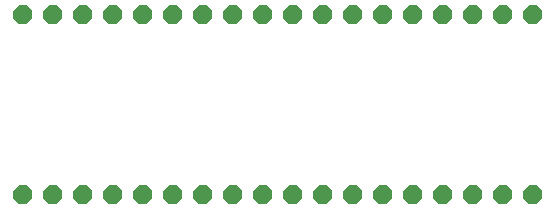
<source format=gbs>
G04 Layer: BottomSolderMaskLayer*
G04 EasyEDA v6.5.3, 2022-05-09 11:27:13*
G04 baffbd41b27947a08c2bb0c717e604c5,b03e5731a7a74599b12e1065cb71c7ef,10*
G04 Gerber Generator version 0.2*
G04 Scale: 100 percent, Rotated: No, Reflected: No *
G04 Dimensions in millimeters *
G04 leading zeros omitted , absolute positions ,4 integer and 5 decimal *
%FSLAX45Y45*%
%MOMM*%

%ADD10C,0.0001*%

%LPD*%
G36*
X5973825Y-207518D02*
G01*
X5926581Y-160273D01*
X5926581Y-93726D01*
X5973825Y-46481D01*
X6040374Y-46481D01*
X6087618Y-93726D01*
X6087618Y-160273D01*
X6040374Y-207518D01*
G37*
G36*
X5719825Y-207518D02*
G01*
X5672581Y-160273D01*
X5672581Y-93726D01*
X5719825Y-46481D01*
X5786374Y-46481D01*
X5833618Y-93726D01*
X5833618Y-160273D01*
X5786374Y-207518D01*
G37*
G36*
X5465825Y-207518D02*
G01*
X5418581Y-160273D01*
X5418581Y-93726D01*
X5465825Y-46481D01*
X5532374Y-46481D01*
X5579618Y-93726D01*
X5579618Y-160273D01*
X5532374Y-207518D01*
G37*
G36*
X5211825Y-207518D02*
G01*
X5164581Y-160273D01*
X5164581Y-93726D01*
X5211825Y-46481D01*
X5278374Y-46481D01*
X5325618Y-93726D01*
X5325618Y-160273D01*
X5278374Y-207518D01*
G37*
G36*
X4957825Y-207518D02*
G01*
X4910581Y-160273D01*
X4910581Y-93726D01*
X4957825Y-46481D01*
X5024374Y-46481D01*
X5071618Y-93726D01*
X5071618Y-160273D01*
X5024374Y-207518D01*
G37*
G36*
X4703825Y-207518D02*
G01*
X4656581Y-160273D01*
X4656581Y-93726D01*
X4703825Y-46481D01*
X4770374Y-46481D01*
X4817618Y-93726D01*
X4817618Y-160273D01*
X4770374Y-207518D01*
G37*
G36*
X4449825Y-207518D02*
G01*
X4402581Y-160273D01*
X4402581Y-93726D01*
X4449825Y-46481D01*
X4516374Y-46481D01*
X4563618Y-93726D01*
X4563618Y-160273D01*
X4516374Y-207518D01*
G37*
G36*
X4195825Y-207518D02*
G01*
X4148581Y-160273D01*
X4148581Y-93726D01*
X4195825Y-46481D01*
X4262374Y-46481D01*
X4309618Y-93726D01*
X4309618Y-160273D01*
X4262374Y-207518D01*
G37*
G36*
X3941825Y-207518D02*
G01*
X3894581Y-160273D01*
X3894581Y-93726D01*
X3941825Y-46481D01*
X4008374Y-46481D01*
X4055618Y-93726D01*
X4055618Y-160273D01*
X4008374Y-207518D01*
G37*
G36*
X3687825Y-207518D02*
G01*
X3640581Y-160273D01*
X3640581Y-93726D01*
X3687825Y-46481D01*
X3754374Y-46481D01*
X3801618Y-93726D01*
X3801618Y-160273D01*
X3754374Y-207518D01*
G37*
G36*
X3433825Y-207518D02*
G01*
X3386581Y-160273D01*
X3386581Y-93726D01*
X3433825Y-46481D01*
X3500374Y-46481D01*
X3547618Y-93726D01*
X3547618Y-160273D01*
X3500374Y-207518D01*
G37*
G36*
X3179825Y-207518D02*
G01*
X3132581Y-160273D01*
X3132581Y-93726D01*
X3179825Y-46481D01*
X3246374Y-46481D01*
X3293618Y-93726D01*
X3293618Y-160273D01*
X3246374Y-207518D01*
G37*
G36*
X2925825Y-207518D02*
G01*
X2878581Y-160273D01*
X2878581Y-93726D01*
X2925825Y-46481D01*
X2992374Y-46481D01*
X3039618Y-93726D01*
X3039618Y-160273D01*
X2992374Y-207518D01*
G37*
G36*
X2671825Y-207518D02*
G01*
X2624581Y-160273D01*
X2624581Y-93726D01*
X2671825Y-46481D01*
X2738374Y-46481D01*
X2785618Y-93726D01*
X2785618Y-160273D01*
X2738374Y-207518D01*
G37*
G36*
X2417825Y-207518D02*
G01*
X2370581Y-160273D01*
X2370581Y-93726D01*
X2417825Y-46481D01*
X2484374Y-46481D01*
X2531618Y-93726D01*
X2531618Y-160273D01*
X2484374Y-207518D01*
G37*
G36*
X2163825Y-207518D02*
G01*
X2116581Y-160273D01*
X2116581Y-93726D01*
X2163825Y-46481D01*
X2230374Y-46481D01*
X2277618Y-93726D01*
X2277618Y-160273D01*
X2230374Y-207518D01*
G37*
G36*
X1909826Y-207518D02*
G01*
X1862581Y-160273D01*
X1862581Y-93726D01*
X1909826Y-46481D01*
X1976374Y-46481D01*
X2023618Y-93726D01*
X2023618Y-160273D01*
X1976374Y-207518D01*
G37*
G36*
X1655826Y-207518D02*
G01*
X1608581Y-160273D01*
X1608581Y-93726D01*
X1655826Y-46481D01*
X1722373Y-46481D01*
X1769618Y-93726D01*
X1769618Y-160273D01*
X1722373Y-207518D01*
G37*
G36*
X1655826Y-1731518D02*
G01*
X1608581Y-1684273D01*
X1608581Y-1617726D01*
X1655826Y-1570481D01*
X1722373Y-1570481D01*
X1769618Y-1617726D01*
X1769618Y-1684273D01*
X1722373Y-1731518D01*
G37*
G36*
X1909826Y-1731518D02*
G01*
X1862581Y-1684273D01*
X1862581Y-1617726D01*
X1909826Y-1570481D01*
X1976374Y-1570481D01*
X2023618Y-1617726D01*
X2023618Y-1684273D01*
X1976374Y-1731518D01*
G37*
G36*
X2163825Y-1731518D02*
G01*
X2116581Y-1684273D01*
X2116581Y-1617726D01*
X2163825Y-1570481D01*
X2230374Y-1570481D01*
X2277618Y-1617726D01*
X2277618Y-1684273D01*
X2230374Y-1731518D01*
G37*
G36*
X2417825Y-1731518D02*
G01*
X2370581Y-1684273D01*
X2370581Y-1617726D01*
X2417825Y-1570481D01*
X2484374Y-1570481D01*
X2531618Y-1617726D01*
X2531618Y-1684273D01*
X2484374Y-1731518D01*
G37*
G36*
X2671825Y-1731518D02*
G01*
X2624581Y-1684273D01*
X2624581Y-1617726D01*
X2671825Y-1570481D01*
X2738374Y-1570481D01*
X2785618Y-1617726D01*
X2785618Y-1684273D01*
X2738374Y-1731518D01*
G37*
G36*
X2925825Y-1731518D02*
G01*
X2878581Y-1684273D01*
X2878581Y-1617726D01*
X2925825Y-1570481D01*
X2992374Y-1570481D01*
X3039618Y-1617726D01*
X3039618Y-1684273D01*
X2992374Y-1731518D01*
G37*
G36*
X3179825Y-1731518D02*
G01*
X3132581Y-1684273D01*
X3132581Y-1617726D01*
X3179825Y-1570481D01*
X3246374Y-1570481D01*
X3293618Y-1617726D01*
X3293618Y-1684273D01*
X3246374Y-1731518D01*
G37*
G36*
X3433825Y-1731518D02*
G01*
X3386581Y-1684273D01*
X3386581Y-1617726D01*
X3433825Y-1570481D01*
X3500374Y-1570481D01*
X3547618Y-1617726D01*
X3547618Y-1684273D01*
X3500374Y-1731518D01*
G37*
G36*
X3687825Y-1731518D02*
G01*
X3640581Y-1684273D01*
X3640581Y-1617726D01*
X3687825Y-1570481D01*
X3754374Y-1570481D01*
X3801618Y-1617726D01*
X3801618Y-1684273D01*
X3754374Y-1731518D01*
G37*
G36*
X3941825Y-1731518D02*
G01*
X3894581Y-1684273D01*
X3894581Y-1617726D01*
X3941825Y-1570481D01*
X4008374Y-1570481D01*
X4055618Y-1617726D01*
X4055618Y-1684273D01*
X4008374Y-1731518D01*
G37*
G36*
X4195825Y-1731518D02*
G01*
X4148581Y-1684273D01*
X4148581Y-1617726D01*
X4195825Y-1570481D01*
X4262374Y-1570481D01*
X4309618Y-1617726D01*
X4309618Y-1684273D01*
X4262374Y-1731518D01*
G37*
G36*
X4449825Y-1731518D02*
G01*
X4402581Y-1684273D01*
X4402581Y-1617726D01*
X4449825Y-1570481D01*
X4516374Y-1570481D01*
X4563618Y-1617726D01*
X4563618Y-1684273D01*
X4516374Y-1731518D01*
G37*
G36*
X4703825Y-1731518D02*
G01*
X4656581Y-1684273D01*
X4656581Y-1617726D01*
X4703825Y-1570481D01*
X4770374Y-1570481D01*
X4817618Y-1617726D01*
X4817618Y-1684273D01*
X4770374Y-1731518D01*
G37*
G36*
X4957825Y-1731518D02*
G01*
X4910581Y-1684273D01*
X4910581Y-1617726D01*
X4957825Y-1570481D01*
X5024374Y-1570481D01*
X5071618Y-1617726D01*
X5071618Y-1684273D01*
X5024374Y-1731518D01*
G37*
G36*
X5211825Y-1731518D02*
G01*
X5164581Y-1684273D01*
X5164581Y-1617726D01*
X5211825Y-1570481D01*
X5278374Y-1570481D01*
X5325618Y-1617726D01*
X5325618Y-1684273D01*
X5278374Y-1731518D01*
G37*
G36*
X5465825Y-1731518D02*
G01*
X5418581Y-1684273D01*
X5418581Y-1617726D01*
X5465825Y-1570481D01*
X5532374Y-1570481D01*
X5579618Y-1617726D01*
X5579618Y-1684273D01*
X5532374Y-1731518D01*
G37*
G36*
X5719825Y-1731518D02*
G01*
X5672581Y-1684273D01*
X5672581Y-1617726D01*
X5719825Y-1570481D01*
X5786374Y-1570481D01*
X5833618Y-1617726D01*
X5833618Y-1684273D01*
X5786374Y-1731518D01*
G37*
G36*
X5973825Y-1731518D02*
G01*
X5926581Y-1684273D01*
X5926581Y-1617726D01*
X5973825Y-1570481D01*
X6040374Y-1570481D01*
X6087618Y-1617726D01*
X6087618Y-1684273D01*
X6040374Y-1731518D01*
G37*
M02*

</source>
